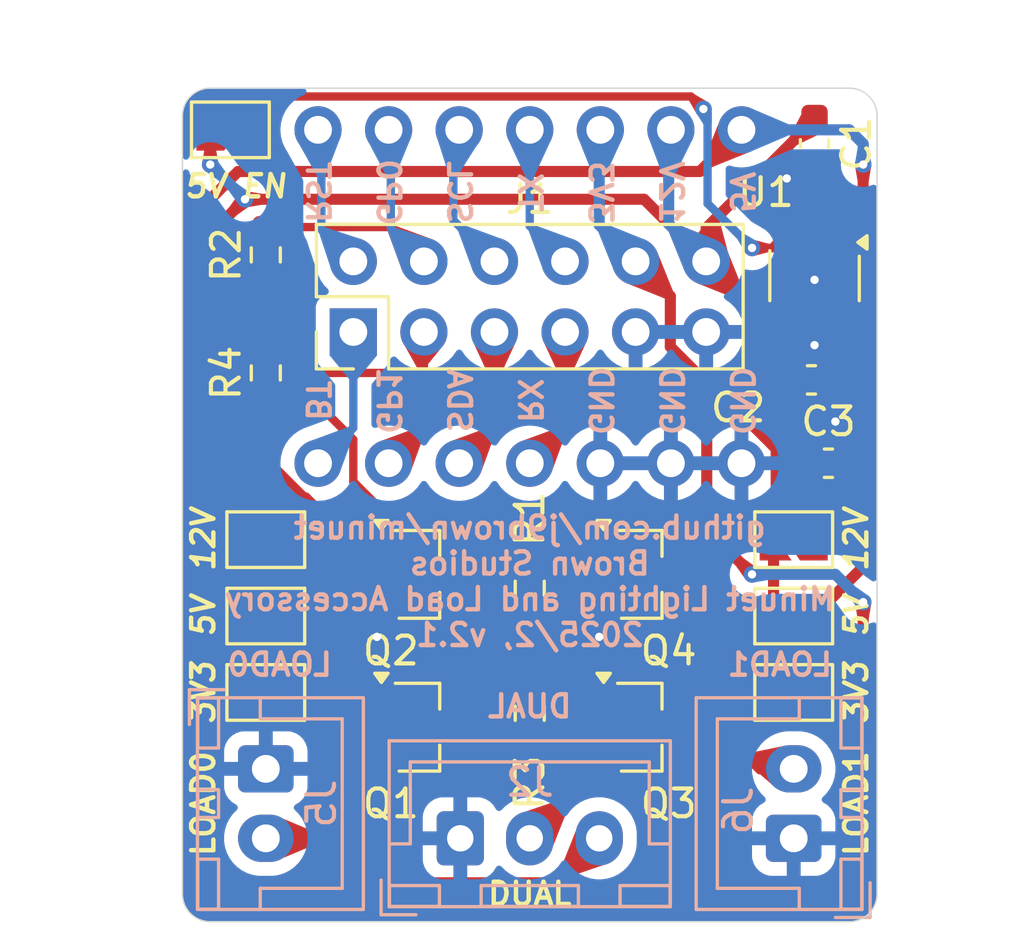
<source format=kicad_pcb>
(kicad_pcb (version 20240108) (generator "pcbnew") (generator_version "8.0")
  (layers (0 "F.Cu" signal) (31 "B.Cu" signal) (34 "B.Paste" user) (35 "F.Paste" user) (36 "B.SilkS" user "B.Silkscreen") (37 "F.SilkS" user "F.Silkscreen") (38 "B.Mask" user) (39 "F.Mask" user) (44 "Edge.Cuts" user))
  (net 0 "")
  (net 1 "+12V")
  (net 2 "GND")
  (net 3 "+5V")
  (net 4 "UART_RXD")
  (net 5 "RESET")
  (net 6 "+3.3V")
  (net 7 "SDA")
  (net 8 "GPIO1")
  (net 9 "SCL")
  (net 10 "UART_TXD")
  (net 11 "BOOT")
  (net 12 "GPIO0")
  (net 13 "Net-(U1-BP)")
  (net 14 "Net-(JP2-B)")
  (net 15 "Net-(Q1-G)")
  (net 16 "Net-(Q2-B)")
  (net 17 "Net-(Q3-G)")
  (net 18 "Net-(Q4-B)")
  (net 19 "/LOAD1")
  (net 20 "/LOAD0")
  (net 21 "Net-(JP5-B)")
  (net 22 "Net-(JP1-B)")
  (footprint "Package_TO_SOT_SMD:SOT-23_Handsoldering" (layer "F.Cu") (at 116.5 117.5)
    (property "Reference" "Q4" (at 1 2.75 0) (layer "F.SilkS"))
    (property "Value" "MMBT3904")
    (fp_line (start -0.04 -1.58) (end -0.84 -1.58) (stroke (width 0.12)) (layer "F.SilkS"))
    (fp_line (start -0.04 -1.58) (end 0.76 -1.58) (stroke (width 0.12)) (layer "F.SilkS"))
    (fp_line (start 0.76 -1.58) (end 0.76 -0.65) (stroke (width 0.12)) (layer "F.SilkS"))
    (fp_line (start 0.76 1.58) (end -0.7 1.58) (stroke (width 0.12)) (layer "F.SilkS"))
    (fp_line (start 0.76 1.58) (end 0.76 0.65) (stroke (width 0.12)) (layer "F.SilkS"))
    (fp_poly (pts (xy -1.34 -1.61) (xy -1.58 -1.94) (xy -1.1 -1.94) (xy -1.34 -1.61)) (stroke (width 0.12)) (fill solid) (layer "F.SilkS"))
    (pad "1" smd roundrect (at -1.5 -0.95) (size 1.9 0.8) (layers "F.Cu" "F.Paste" "F.Mask") (net 18 "Net-(Q4-B)"))
    (pad "2" smd roundrect (at -1.5 0.95) (size 1.9 0.8) (layers "F.Cu" "F.Paste" "F.Mask") (net 2 "GND"))
    (pad "3" smd roundrect (at 1.5 0) (size 1.9 0.8) (layers "F.Cu" "F.Paste" "F.Mask") (net 17 "Net-(Q3-G)"))
  )
  (footprint "Jumper:SolderJumper-2_P1.3mm_Open_TrianglePad1.0x1.5mm" (layer "F.Cu") (at 103 119)
    (property "Reference" "JP3" (hide yes))
    (property "Value" "SolderJumper_2_Open")
    (fp_line (start -1.4 -1) (end 1.4 -1) (stroke (width 0.12)) (layer "F.SilkS"))
    (fp_line (start -1.4 1) (end -1.4 -1) (stroke (width 0.12)) (layer "F.SilkS"))
    (fp_line (start 1.4 -1) (end 1.4 1) (stroke (width 0.12)) (layer "F.SilkS"))
    (fp_line (start 1.4 1) (end -1.4 1) (stroke (width 0.12)) (layer "F.SilkS"))
    (pad "1" smd custom (at -0.725 0) (size 0.3 0.3) (layers "F.Cu" "F.Mask") (net 3 "+5V") (options (clearance outline) (anchor rect)) (primitives (gr_poly (pts (xy 1 0) (xy 0.5 0.75) (xy -0.5 0.75) (xy -0.5 -0.75) (xy 0.5 -0.75)) (width 0) (fill yes))))
    (pad "2" smd custom (at 0.725 0) (size 0.3 0.3) (layers "F.Cu" "F.Mask") (net 14 "Net-(JP2-B)") (options (clearance outline) (anchor rect)) (primitives (gr_poly (pts (xy 0.5 0.75) (xy -0.65 0.75) (xy -0.15 0) (xy -0.65 -0.75) (xy 0.5 -0.75)) (width 0) (fill yes))))
  )
  (footprint "Connector_PinHeader_2.54mm:PinHeader_2x06_P2.54mm_Vertical" (layer "F.Cu") (at 106.15 108.775 90)
    (property "Reference" "J1" (at 4.775 6.35 180) (layer "F.SilkS"))
    (property "Value" "PH2-12-UA")
    (fp_line (start 3.87 -1.33) (end 3.87 14.03) (stroke (width 0.12)) (layer "F.SilkS"))
    (fp_line (start 1.27 -1.33) (end 3.87 -1.33) (stroke (width 0.12)) (layer "F.SilkS"))
    (fp_line (start -1.33 -1.33) (end 0 -1.33) (stroke (width 0.12)) (layer "F.SilkS"))
    (fp_line (start -1.33 0) (end -1.33 -1.33) (stroke (width 0.12)) (layer "F.SilkS"))
    (fp_line (start 1.27 1.27) (end 1.27 -1.33) (stroke (width 0.12)) (layer "F.SilkS"))
    (fp_line (start -1.33 1.27) (end 1.27 1.27) (stroke (width 0.12)) (layer "F.SilkS"))
    (fp_line (start -1.33 1.27) (end -1.33 14.03) (stroke (width 0.12)) (layer "F.SilkS"))
    (fp_line (start -1.33 14.03) (end 3.87 14.03) (stroke (width 0.12)) (layer "F.SilkS"))
    (pad "1" thru_hole rect (at 0 0 90) (size 1.7 1.7) (drill 1) (layers "*.Cu" "*.Mask") (net 11 "BOOT"))
    (pad "2" thru_hole oval (at 2.54 0 90) (size 1.7 1.7) (drill 1) (layers "*.Cu" "*.Mask") (net 5 "RESET"))
    (pad "3" thru_hole oval (at 0 2.54 90) (size 1.7 1.7) (drill 1) (layers "*.Cu" "*.Mask") (net 8 "GPIO1"))
    (pad "4" thru_hole oval (at 2.54 2.54 90) (size 1.7 1.7) (drill 1) (layers "*.Cu" "*.Mask") (net 12 "GPIO0"))
    (pad "5" thru_hole oval (at 0 5.08 90) (size 1.7 1.7) (drill 1) (layers "*.Cu" "*.Mask") (net 7 "SDA"))
    (pad "6" thru_hole oval (at 2.54 5.08 90) (size 1.7 1.7) (drill 1) (layers "*.Cu" "*.Mask") (net 9 "SCL"))
    (pad "7" thru_hole oval (at 0 7.62 90) (size 1.7 1.7) (drill 1) (layers "*.Cu" "*.Mask") (net 4 "UART_RXD"))
    (pad "8" thru_hole oval (at 2.54 7.62 90) (size 1.7 1.7) (drill 1) (layers "*.Cu" "*.Mask") (net 10 "UART_TXD"))
    (pad "9" thru_hole oval (at 0 10.16 90) (size 1.7 1.7) (drill 1) (layers "*.Cu" "*.Mask") (net 2 "GND"))
    (pad "10" thru_hole oval (at 2.54 10.16 90) (size 1.7 1.7) (drill 1) (layers "*.Cu" "*.Mask") (net 6 "+3.3V"))
    (pad "11" thru_hole oval (at 0 12.7 90) (size 1.7 1.7) (drill 1) (layers "*.Cu" "*.Mask") (net 2 "GND"))
    (pad "12" thru_hole oval (at 2.54 12.7 90) (size 1.7 1.7) (drill 1) (layers "*.Cu" "*.Mask") (net 1 "+12V"))
  )
  (footprint "Jumper:SolderJumper-2_P1.3mm_Open_TrianglePad1.0x1.5mm" (layer "F.Cu") (at 122 119 180)
    (property "Reference" "JP6" (hide yes))
    (property "Value" "SolderJumper_2_Open")
    (fp_line (start 1.4 1) (end -1.4 1) (stroke (width 0.12)) (layer "F.SilkS"))
    (fp_line (start 1.4 -1) (end 1.4 1) (stroke (width 0.12)) (layer "F.SilkS"))
    (fp_line (start -1.4 1) (end -1.4 -1) (stroke (width 0.12)) (layer "F.SilkS"))
    (fp_line (start -1.4 -1) (end 1.4 -1) (stroke (width 0.12)) (layer "F.SilkS"))
    (pad "1" smd custom (at -0.725 0 180) (size 0.3 0.3) (layers "F.Cu" "F.Mask") (net 3 "+5V") (options (clearance outline) (anchor rect)) (primitives (gr_poly (pts (xy 1 0) (xy 0.5 0.75) (xy -0.5 0.75) (xy -0.5 -0.75) (xy 0.5 -0.75)) (width 0) (fill yes))))
    (pad "2" smd custom (at 0.725 0 180) (size 0.3 0.3) (layers "F.Cu" "F.Mask") (net 21 "Net-(JP5-B)") (options (clearance outline) (anchor rect)) (primitives (gr_poly (pts (xy 0.5 0.75) (xy -0.65 0.75) (xy -0.15 0) (xy -0.65 -0.75) (xy 0.5 -0.75)) (width 0) (fill yes))))
  )
  (footprint "Package_TO_SOT_SMD:SOT-23_Handsoldering" (layer "F.Cu") (at 116.5 123)
    (property "Reference" "Q3" (at 1 2.75 0) (layer "F.SilkS"))
    (property "Value" "DMG2301L")
    (fp_line (start -0.04 -1.58) (end -0.84 -1.58) (stroke (width 0.12)) (layer "F.SilkS"))
    (fp_line (start -0.04 -1.58) (end 0.76 -1.58) (stroke (width 0.12)) (layer "F.SilkS"))
    (fp_line (start 0.76 -1.58) (end 0.76 -0.65) (stroke (width 0.12)) (layer "F.SilkS"))
    (fp_line (start 0.76 1.58) (end -0.7 1.58) (stroke (width 0.12)) (layer "F.SilkS"))
    (fp_line (start 0.76 1.58) (end 0.76 0.65) (stroke (width 0.12)) (layer "F.SilkS"))
    (fp_poly (pts (xy -1.34 -1.61) (xy -1.58 -1.94) (xy -1.1 -1.94) (xy -1.34 -1.61)) (stroke (width 0.12)) (fill solid) (layer "F.SilkS"))
    (pad "1" smd roundrect (at -1.5 -0.95) (size 1.9 0.8) (layers "F.Cu" "F.Paste" "F.Mask") (net 17 "Net-(Q3-G)"))
    (pad "2" smd roundrect (at -1.5 0.95) (size 1.9 0.8) (layers "F.Cu" "F.Paste" "F.Mask") (net 21 "Net-(JP5-B)"))
    (pad "3" smd roundrect (at 1.5 0) (size 1.9 0.8) (layers "F.Cu" "F.Paste" "F.Mask") (net 19 "/LOAD1"))
  )
  (footprint "Jumper:SolderJumper-2_P1.3mm_Open_TrianglePad1.0x1.5mm" (layer "F.Cu") (at 101.724999 101.5)
    (property "Reference" "JP1" (hide yes))
    (property "Value" "SolderJumper_2_Open")
    (fp_line (start -1.4 -1) (end 1.4 -1) (stroke (width 0.12)) (layer "F.SilkS"))
    (fp_line (start -1.4 1) (end -1.4 -1) (stroke (width 0.12)) (layer "F.SilkS"))
    (fp_line (start 1.4 -1) (end 1.4 1) (stroke (width 0.12)) (layer "F.SilkS"))
    (fp_line (start 1.4 1) (end -1.4 1) (stroke (width 0.12)) (layer "F.SilkS"))
    (pad "1" smd custom (at -0.725 0) (size 0.3 0.3) (layers "F.Cu" "F.Mask") (net 1 "+12V") (options (clearance outline) (anchor rect)) (primitives (gr_poly (pts (xy 1 0) (xy 0.5 0.75) (xy -0.5 0.75) (xy -0.5 -0.75) (xy 0.5 -0.75)) (width 0) (fill yes))))
    (pad "2" smd custom (at 0.725 0) (size 0.3 0.3) (layers "F.Cu" "F.Mask") (net 22 "Net-(JP1-B)") (options (clearance outline) (anchor rect)) (primitives (gr_poly (pts (xy 0.5 0.75) (xy -0.65 0.75) (xy -0.15 0) (xy -0.65 -0.75) (xy 0.5 -0.75)) (width 0) (fill yes))))
  )
  (footprint "Capacitor_SMD:C_0603_1608Metric_Pad1.08x0.95mm_HandSolder" (layer "F.Cu") (at 123.25 113.5)
    (property "Reference" "C3" (at 0 -1.5 0) (layer "F.SilkS"))
    (property "Value" "2.2u")
    (fp_line (start -0.146267 -0.51) (end 0.146267 -0.51) (stroke (width 0.12)) (layer "F.SilkS"))
    (fp_line (start -0.146267 0.51) (end 0.146267 0.51) (stroke (width 0.12)) (layer "F.SilkS"))
    (pad "1" smd roundrect (at -0.8625 0) (size 1.075 0.95) (layers "F.Cu" "F.Paste" "F.Mask") (net 2 "GND"))
    (pad "2" smd roundrect (at 0.8625 0) (size 1.075 0.95) (layers "F.Cu" "F.Paste" "F.Mask") (net 3 "+5V"))
  )
  (footprint "Jumper:SolderJumper-2_P1.3mm_Open_TrianglePad1.0x1.5mm" (layer "F.Cu") (at 103 121.75)
    (property "Reference" "JP4" (hide yes))
    (property "Value" "SolderJumper_2_Open")
    (fp_line (start -1.4 -1) (end 1.4 -1) (stroke (width 0.12)) (layer "F.SilkS"))
    (fp_line (start -1.4 1) (end -1.4 -1) (stroke (width 0.12)) (layer "F.SilkS"))
    (fp_line (start 1.4 -1) (end 1.4 1) (stroke (width 0.12)) (layer "F.SilkS"))
    (fp_line (start 1.4 1) (end -1.4 1) (stroke (width 0.12)) (layer "F.SilkS"))
    (pad "1" smd custom (at -0.725 0) (size 0.3 0.3) (layers "F.Cu" "F.Mask") (net 6 "+3.3V") (options (clearance outline) (anchor rect)) (primitives (gr_poly (pts (xy 1 0) (xy 0.5 0.75) (xy -0.5 0.75) (xy -0.5 -0.75) (xy 0.5 -0.75)) (width 0) (fill yes))))
    (pad "2" smd custom (at 0.725 0) (size 0.3 0.3) (layers "F.Cu" "F.Mask") (net 14 "Net-(JP2-B)") (options (clearance outline) (anchor rect)) (primitives (gr_poly (pts (xy 0.5 0.75) (xy -0.65 0.75) (xy -0.15 0) (xy -0.65 -0.75) (xy 0.5 -0.75)) (width 0) (fill yes))))
  )
  (footprint "Capacitor_SMD:C_0603_1608Metric_Pad1.08x0.95mm_HandSolder" (layer "F.Cu") (at 122.637499 110.5 180)
    (property "Reference" "C2" (at 2.637499 -1 0) (layer "F.SilkS"))
    (property "Value" "10n")
    (fp_line (start -0.146267 0.51) (end 0.146267 0.51) (stroke (width 0.12)) (layer "F.SilkS"))
    (fp_line (start -0.146267 -0.51) (end 0.146267 -0.51) (stroke (width 0.12)) (layer "F.SilkS"))
    (pad "1" smd roundrect (at -0.8625 0 180) (size 1.075 0.95) (layers "F.Cu" "F.Paste" "F.Mask") (net 2 "GND"))
    (pad "2" smd roundrect (at 0.8625 0 180) (size 1.075 0.95) (layers "F.Cu" "F.Paste" "F.Mask") (net 13 "Net-(U1-BP)"))
  )
  (footprint "Package_TO_SOT_SMD:SOT-23-5_HandSoldering" (layer "F.Cu") (at 122.75 106.75 -90)
    (property "Reference" "U1" (at -3 1.75 180) (layer "F.SilkS"))
    (property "Value" "LP2985-50DBVR")
    (fp_line (start -0.9 1.61) (end 0.9 1.61) (stroke (width 0.12)) (layer "F.SilkS"))
    (fp_line (start 0.1 -1.61) (end -0.7 -1.61) (stroke (width 0.12)) (layer "F.SilkS"))
    (fp_line (start 0.1 -1.61) (end 0.9 -1.61) (stroke (width 0.12)) (layer "F.SilkS"))
    (fp_poly (pts (xy -1.2 -1.56) (xy -1.44 -1.89) (xy -0.96 -1.89) (xy -1.2 -1.56)) (stroke (width 0.12)) (fill solid) (layer "F.SilkS"))
    (pad "1" smd roundrect (at -1.35 -0.95 270) (size 1.56 0.65) (layers "F.Cu" "F.Paste" "F.Mask") (net 22 "Net-(JP1-B)"))
    (pad "2" smd roundrect (at -1.35 0 270) (size 1.56 0.65) (layers "F.Cu" "F.Paste" "F.Mask") (net 2 "GND"))
    (pad "3" smd roundrect (at -1.35 0.95 270) (size 1.56 0.65) (layers "F.Cu" "F.Paste" "F.Mask") (net 22 "Net-(JP1-B)"))
    (pad "4" smd roundrect (at 1.35 0.95 270) (size 1.56 0.65) (layers "F.Cu" "F.Paste" "F.Mask") (net 13 "Net-(U1-BP)"))
    (pad "5" smd roundrect (at 1.35 -0.95 270) (size 1.56 0.65) (layers "F.Cu" "F.Paste" "F.Mask") (net 3 "+5V"))
  )
  (footprint "Resistor_SMD:R_0603_1608Metric_Pad0.98x0.95mm_HandSolder" (layer "F.Cu") (at 103 110.25 90)
    (property "Reference" "R4" (at 0 -1.43 90) (layer "F.SilkS"))
    (property "Value" "1K")
    (fp_line (start -0.254724 -0.5225) (end 0.254724 -0.5225) (stroke (width 0.12)) (layer "F.SilkS"))
    (fp_line (start -0.254724 0.5225) (end 0.254724 0.5225) (stroke (width 0.12)) (layer "F.SilkS"))
    (pad "1" smd roundrect (at -0.9125 0 90) (size 0.975 0.95) (layers "F.Cu" "F.Paste" "F.Mask") (net 18 "Net-(Q4-B)"))
    (pad "2" smd roundrect (at 0.9125 0 90) (size 0.975 0.95) (layers "F.Cu" "F.Paste" "F.Mask") (net 8 "GPIO1"))
  )
  (footprint "Jumper:SolderJumper-2_P1.3mm_Open_TrianglePad1.0x1.5mm" (layer "F.Cu") (at 122 116.25 180)
    (property "Reference" "JP5" (hide yes))
    (property "Value" "SolderJumper_2_Open")
    (fp_line (start 1.4 1) (end -1.4 1) (stroke (width 0.12)) (layer "F.SilkS"))
    (fp_line (start 1.4 -1) (end 1.4 1) (stroke (width 0.12)) (layer "F.SilkS"))
    (fp_line (start -1.4 1) (end -1.4 -1) (stroke (width 0.12)) (layer "F.SilkS"))
    (fp_line (start -1.4 -1) (end 1.4 -1) (stroke (width 0.12)) (layer "F.SilkS"))
    (pad "1" smd custom (at -0.725 0 180) (size 0.3 0.3) (layers "F.Cu" "F.Mask") (net 1 "+12V") (options (clearance outline) (anchor rect)) (primitives (gr_poly (pts (xy 1 0) (xy 0.5 0.75) (xy -0.5 0.75) (xy -0.5 -0.75) (xy 0.5 -0.75)) (width 0) (fill yes))))
    (pad "2" smd custom (at 0.725 0 180) (size 0.3 0.3) (layers "F.Cu" "F.Mask") (net 21 "Net-(JP5-B)") (options (clearance outline) (anchor rect)) (primitives (gr_poly (pts (xy 0.5 0.75) (xy -0.65 0.75) (xy -0.15 0) (xy -0.65 -0.75) (xy 0.5 -0.75)) (width 0) (fill yes))))
  )
  (footprint "Package_TO_SOT_SMD:SOT-23_Handsoldering" (layer "F.Cu") (at 108.5 123)
    (property "Reference" "Q1" (at -1 2.75 0) (layer "F.SilkS"))
    (property "Value" "DMG2301L")
    (fp_line (start -0.04 -1.58) (end -0.84 -1.58) (stroke (width 0.12)) (layer "F.SilkS"))
    (fp_line (start -0.04 -1.58) (end 0.76 -1.58) (stroke (width 0.12)) (layer "F.SilkS"))
    (fp_line (start 0.76 -1.58) (end 0.76 -0.65) (stroke (width 0.12)) (layer "F.SilkS"))
    (fp_line (start 0.76 1.58) (end -0.7 1.58) (stroke (width 0.12)) (layer "F.SilkS"))
    (fp_line (start 0.76 1.58) (end 0.76 0.65) (stroke (width 0.12)) (layer "F.SilkS"))
    (fp_poly (pts (xy -1.34 -1.61) (xy -1.58 -1.94) (xy -1.1 -1.94) (xy -1.34 -1.61)) (stroke (width 0.12)) (fill solid) (layer "F.SilkS"))
    (pad "1" smd roundrect (at -1.5 -0.95) (size 1.9 0.8) (layers "F.Cu" "F.Paste" "F.Mask") (net 15 "Net-(Q1-G)"))
    (pad "2" smd roundrect (at -1.5 0.95) (size 1.9 0.8) (layers "F.Cu" "F.Paste" "F.Mask") (net 14 "Net-(JP2-B)"))
    (pad "3" smd roundrect (at 1.5 0) (size 1.9 0.8) (layers "F.Cu" "F.Paste" "F.Mask") (net 20 "/LOAD0"))
  )
  (footprint "Resistor_SMD:R_0603_1608Metric_Pad0.98x0.95mm_HandSolder" (layer "F.Cu") (at 103 106 90)
    (property "Reference" "R2" (at 0 -1.43 90) (layer "F.SilkS"))
    (property "Value" "1K")
    (fp_line (start -0.254724 -0.5225) (end 0.254724 -0.5225) (stroke (width 0.12)) (layer "F.SilkS"))
    (fp_line (start -0.254724 0.5225) (end 0.254724 0.5225) (stroke (width 0.12)) (layer "F.SilkS"))
    (pad "1" smd roundrect (at -0.9125 0 90) (size 0.975 0.95) (layers "F.Cu" "F.Paste" "F.Mask") (net 16 "Net-(Q2-B)"))
    (pad "2" smd roundrect (at 0.9125 0 90) (size 0.975 0.95) (layers "F.Cu" "F.Paste" "F.Mask") (net 12 "GPIO0"))
  )
  (footprint "Package_TO_SOT_SMD:SOT-23_Handsoldering" (layer "F.Cu") (at 108.5 117.5)
    (property "Reference" "Q2" (at -1 2.75 0) (layer "F.SilkS"))
    (property "Value" "MMBT3904")
    (fp_line (start -0.04 -1.58) (end -0.84 -1.58) (stroke (width 0.12)) (layer "F.SilkS"))
    (fp_line (start -0.04 -1.58) (end 0.76 -1.58) (stroke (width 0.12)) (layer "F.SilkS"))
    (fp_line (start 0.76 -1.58) (end 0.76 -0.65) (stroke (width 0.12)) (layer "F.SilkS"))
    (fp_line (start 0.76 1.58) (end -0.7 1.58) (stroke (width 0.12)) (layer "F.SilkS"))
    (fp_line (start 0.76 1.58) (end 0.76 0.65) (stroke (width 0.12)) (layer "F.SilkS"))
    (fp_poly (pts (xy -1.34 -1.61) (xy -1.58 -1.94) (xy -1.1 -1.94) (xy -1.34 -1.61)) (stroke (width 0.12)) (fill solid) (layer "F.SilkS"))
    (pad "1" smd roundrect (at -1.5 -0.95) (size 1.9 0.8) (layers "F.Cu" "F.Paste" "F.Mask") (net 16 "Net-(Q2-B)"))
    (pad "2" smd roundrect (at -1.5 0.95) (size 1.9 0.8) (layers "F.Cu" "F.Paste" "F.Mask") (net 2 "GND"))
    (pad "3" smd roundrect (at 1.5 0) (size 1.9 0.8) (layers "F.Cu" "F.Paste" "F.Mask") (net 15 "Net-(Q1-G)"))
  )
  (footprint "Jumper:SolderJumper-2_P1.3mm_Open_TrianglePad1.0x1.5mm" (layer "F.Cu") (at 103 116.25)
    (property "Reference" "JP2" (hide yes))
    (property "Value" "SolderJumper_2_Open")
    (fp_line (start -1.4 -1) (end 1.4 -1) (stroke (width 0.12)) (layer "F.SilkS"))
    (fp_line (start -1.4 1) (end -1.4 -1) (stroke (width 0.12)) (layer "F.SilkS"))
    (fp_line (start 1.4 -1) (end 1.4 1) (stroke (width 0.12)) (layer "F.SilkS"))
    (fp_line (start 1.4 1) (end -1.4 1) (stroke (width 0.12)) (layer "F.SilkS"))
    (pad "1" smd custom (at -0.725 0) (size 0.3 0.3) (layers "F.Cu" "F.Mask") (net 1 "+12V") (options (clearance outline) (anchor rect)) (primitives (gr_poly (pts (xy 1 0) (xy 0.5 0.75) (xy -0.5 0.75) (xy -0.5 -0.75) (xy 0.5 -0.75)) (width 0) (fill yes))))
    (pad "2" smd custom (at 0.725 0) (size 0.3 0.3) (layers "F.Cu" "F.Mask") (net 14 "Net-(JP2-B)") (options (clearance outline) (anchor rect)) (primitives (gr_poly (pts (xy 0.5 0.75) (xy -0.65 0.75) (xy -0.15 0) (xy -0.65 -0.75) (xy 0.5 -0.75)) (width 0) (fill yes))))
  )
  (footprint "Capacitor_SMD:C_0603_1608Metric_Pad1.08x0.95mm_HandSolder" (layer "F.Cu") (at 122.75 102 -90)
    (property "Reference" "C1" (at 0 -1.5 90) (layer "F.SilkS"))
    (property "Value" "1u")
    (fp_line (start -0.146267 0.51) (end 0.146267 0.51) (stroke (width 0.12)) (layer "F.SilkS"))
    (fp_line (start -0.146267 -0.51) (end 0.146267 -0.51) (stroke (width 0.12)) (layer "F.SilkS"))
    (pad "1" smd roundrect (at -0.8625 0 270) (size 1.075 0.95) (layers "F.Cu" "F.Paste" "F.Mask") (net 1 "+12V"))
    (pad "2" smd roundrect (at 0.8625 0 270) (size 1.075 0.95) (layers "F.Cu" "F.Paste" "F.Mask") (net 2 "GND"))
  )
  (footprint "Resistor_SMD:R_0603_1608Metric_Pad0.98x0.95mm_HandSolder" (layer "F.Cu") (at 112.5 122.5 90)
    (property "Reference" "R3" (at -2.5 0 90) (layer "F.SilkS"))
    (property "Value" "10K")
    (fp_line (start -0.254724 -0.5225) (end 0.254724 -0.5225) (stroke (width 0.12)) (layer "F.SilkS"))
    (fp_line (start -0.254724 0.5225) (end 0.254724 0.5225) (stroke (width 0.12)) (layer "F.SilkS"))
    (pad "1" smd roundrect (at -0.9125 0 90) (size 0.975 0.95) (layers "F.Cu" "F.Paste" "F.Mask") (net 21 "Net-(JP5-B)"))
    (pad "2" smd roundrect (at 0.9125 0 90) (size 0.975 0.95) (layers "F.Cu" "F.Paste" "F.Mask") (net 17 "Net-(Q3-G)"))
  )
  (footprint "Resistor_SMD:R_0603_1608Metric_Pad0.98x0.95mm_HandSolder" (layer "F.Cu") (at 112.5 118 90)
    (property "Reference" "R1" (at 2.5 0 90) (layer "F.SilkS"))
    (property "Value" "10K")
    (fp_line (start -0.254724 -0.5225) (end 0.254724 -0.5225) (stroke (width 0.12)) (layer "F.SilkS"))
    (fp_line (start -0.254724 0.5225) (end 0.254724 0.5225) (stroke (width 0.12)) (layer "F.SilkS"))
    (pad "1" smd roundrect (at -0.9125 0 90) (size 0.975 0.95) (layers "F.Cu" "F.Paste" "F.Mask") (net 14 "Net-(JP2-B)"))
    (pad "2" smd roundrect (at 0.9125 0 90) (size 0.975 0.95) (layers "F.Cu" "F.Paste" "F.Mask") (net 15 "Net-(Q1-G)"))
  )
  (footprint "Jumper:SolderJumper-2_P1.3mm_Open_TrianglePad1.0x1.5mm" (layer "F.Cu") (at 122 121.75 180)
    (property "Reference" "JP7" (hide yes))
    (property "Value" "SolderJumper_2_Open")
    (fp_line (start 1.4 1) (end -1.4 1) (stroke (width 0.12)) (layer "F.SilkS"))
    (fp_line (start 1.4 -1) (end 1.4 1) (stroke (width 0.12)) (layer "F.SilkS"))
    (fp_line (start -1.4 1) (end -1.4 -1) (stroke (width 0.12)) (layer "F.SilkS"))
    (fp_line (start -1.4 -1) (end 1.4 -1) (stroke (width 0.12)) (layer "F.SilkS"))
    (pad "1" smd custom (at -0.725 0 180) (size 0.3 0.3) (layers "F.Cu" "F.Mask") (net 6 "+3.3V") (options (clearance outline) (anchor rect)) (primitives (gr_poly (pts (xy 1 0) (xy 0.5 0.75) (xy -0.5 0.75) (xy -0.5 -0.75) (xy 0.5 -0.75)) (width 0) (fill yes))))
    (pad "2" smd custom (at 0.725 0 180) (size 0.3 0.3) (layers "F.Cu" "F.Mask") (net 21 "Net-(JP5-B)") (options (clearance outline) (anchor rect)) (primitives (gr_poly (pts (xy 0.5 0.75) (xy -0.65 0.75) (xy -0.15 0) (xy -0.65 -0.75) (xy 0.5 -0.75)) (width 0) (fill yes))))
  )
  (footprint "Connector_JST:JST_XH_B2B-XH-A_1x02_P2.50mm_Vertical" (layer "B.Cu") (at 103 124.5 -90)
    (property "Reference" "J5" (at 1.25 -2 90) (layer "B.SilkS") (effects (justify mirror)))
    (property "Value" "B2B-XH-A")
    (fp_line (start -2.85 2.75) (end -1.6 2.75) (stroke (width 0.12)) (layer "B.SilkS"))
    (fp_line (start -2.56 2.46) (end 5.06 2.46) (stroke (width 0.12)) (layer "B.SilkS"))
    (fp_line (start 5.06 2.46) (end 5.06 -3.51) (stroke (width 0.12)) (layer "B.SilkS"))
    (fp_line (start -2.55 2.45) (end -0.75 2.45) (stroke (width 0.12)) (layer "B.SilkS"))
    (fp_line (start -0.75 2.45) (end -0.75 1.7) (stroke (width 0.12)) (layer "B.SilkS"))
    (fp_line (start 0.75 2.45) (end 1.75 2.45) (stroke (width 0.12)) (layer "B.SilkS"))
    (fp_line (start 1.75 2.45) (end 1.75 1.7) (stroke (width 0.12)) (layer "B.SilkS"))
    (fp_line (start 3.25 2.45) (end 5.05 2.45) (stroke (width 0.12)) (layer "B.SilkS"))
    (fp_line (start 5.05 2.45) (end 5.05 1.7) (stroke (width 0.12)) (layer "B.SilkS"))
    (fp_line (start -2.55 1.7) (end -2.55 2.45) (stroke (width 0.12)) (layer "B.SilkS"))
    (fp_line (start -0.75 1.7) (end -2.55 1.7) (stroke (width 0.12)) (layer "B.SilkS"))
    (fp_line (start 0.75 1.7) (end 0.75 2.45) (stroke (width 0.12)) (layer "B.SilkS"))
    (fp_line (start 1.75 1.7) (end 0.75 1.7) (stroke (width 0.12)) (layer "B.SilkS"))
    (fp_line (start 3.25 1.7) (end 3.25 2.45) (stroke (width 0.12)) (layer "B.SilkS"))
    (fp_line (start 5.05 1.7) (end 3.25 1.7) (stroke (width 0.12)) (layer "B.SilkS"))
    (fp_line (start -2.85 1.5) (end -2.85 2.75) (stroke (width 0.12)) (layer "B.SilkS"))
    (fp_line (start -1.8 0.2) (end -2.55 0.2) (stroke (width 0.12)) (layer "B.SilkS"))
    (fp_line (start 4.3 0.2) (end 5.05 0.2) (stroke (width 0.12)) (layer "B.SilkS"))
    (fp_line (start -1.8 -2.75) (end -1.8 0.2) (stroke (width 0.12)) (layer "B.SilkS"))
    (fp_line (start 1.25 -2.75) (end -1.8 -2.75) (stroke (width 0.12)) (layer "B.SilkS"))
    (fp_line (start 1.25 -2.75) (end 4.3 -2.75) (stroke (width 0.12)) (layer "B.SilkS"))
    (fp_line (start 4.3 -2.75) (end 4.3 0.2) (stroke (width 0.12)) (layer "B.SilkS"))
    (fp_line (start -2.56 -3.51) (end -2.56 2.46) (stroke (width 0.12)) (layer "B.SilkS"))
    (fp_line (start 5.06 -3.51) (end -2.56 -3.51) (stroke (width 0.12)) (layer "B.SilkS"))
    (pad "1" thru_hole roundrect (at 0 0 270) (size 1.7 2) (drill 1) (layers "*.Cu" "*.Mask") (roundrect_rratio 0.147059) (net 2 "GND"))
    (pad "2" thru_hole oval (at 2.5 0 270) (size 1.7 2) (drill 1) (layers "*.Cu" "*.Mask") (net 20 "/LOAD0"))
  )
  (footprint "Generic:Pins_1x07" (layer "B.Cu") (at 104.88 113.5 -90)
    (property "Reference" "J3" (hide yes))
    (property "Value" "Conn_01x07")
    (pad "1" thru_hole circle (at 0 0 270) (size 1.7 1.7) (drill 1) (layers "*.Cu" "*.Mask") (net 11 "BOOT"))
    (pad "2" thru_hole oval (at 0 -2.54 270) (size 1.7 1.7) (drill 1) (layers "*.Cu" "*.Mask") (net 8 "GPIO1"))
    (pad "3" thru_hole oval (at 0 -5.079999 270) (size 1.7 1.7) (drill 1) (layers "*.Cu" "*.Mask") (net 7 "SDA"))
    (pad "4" thru_hole oval (at 0 -7.62 270) (size 1.7 1.7) (drill 1) (layers "*.Cu" "*.Mask") (net 4 "UART_RXD"))
    (pad "5" thru_hole oval (at 0 -10.16 270) (size 1.7 1.7) (drill 1) (layers "*.Cu" "*.Mask") (net 2 "GND"))
    (pad "6" thru_hole oval (at 0 -12.7 270) (size 1.7 1.7) (drill 1) (layers "*.Cu" "*.Mask") (net 2 "GND"))
    (pad "7" thru_hole oval (at 0 -15.24 270) (size 1.7 1.7) (drill 1) (layers "*.Cu" "*.Mask") (net 2 "GND"))
  )
  (footprint "Connector_JST:JST_XH_B2B-XH-A_1x02_P2.50mm_Vertical" (layer "B.Cu") (at 122 127 90)
    (property "Reference" "J6" (at 1 -2 90) (layer "B.SilkS") (effects (justify mirror)))
    (property "Value" "B2B-XH-A")
    (fp_line (start 5.06 -3.51) (end -2.56 -3.51) (stroke (width 0.12)) (layer "B.SilkS"))
    (fp_line (start -2.56 -3.51) (end -2.56 2.46) (stroke (width 0.12)) (layer "B.SilkS"))
    (fp_line (start 4.3 -2.75) (end 4.3 0.2) (stroke (width 0.12)) (layer "B.SilkS"))
    (fp_line (start 1.25 -2.75) (end 4.3 -2.75) (stroke (width 0.12)) (layer "B.SilkS"))
    (fp_line (start 1.25 -2.75) (end -1.8 -2.75) (stroke (width 0.12)) (layer "B.SilkS"))
    (fp_line (start -1.8 -2.75) (end -1.8 0.2) (stroke (width 0.12)) (layer "B.SilkS"))
    (fp_line (start 4.3 0.2) (end 5.05 0.2) (stroke (width 0.12)) (layer "B.SilkS"))
    (fp_line (start -1.8 0.2) (end -2.55 0.2) (stroke (width 0.12)) (layer "B.SilkS"))
    (fp_line (start -2.85 1.5) (end -2.85 2.75) (stroke (width 0.12)) (layer "B.SilkS"))
    (fp_line (start 5.05 1.7) (end 3.25 1.7) (stroke (width 0.12)) (layer "B.SilkS"))
    (fp_line (start 3.25 1.7) (end 3.25 2.45) (stroke (width 0.12)) (layer "B.SilkS"))
    (fp_line (start 1.75 1.7) (end 0.75 1.7) (stroke (width 0.12)) (layer "B.SilkS"))
    (fp_line (start 0.75 1.7) (end 0.75 2.45) (stroke (width 0.12)) (layer "B.SilkS"))
    (fp_line (start -0.75 1.7) (end -2.55 1.7) (stroke (width 0.12)) (layer "B.SilkS"))
    (fp_line (start -2.55 1.7) (end -2.55 2.45) (stroke (width 0.12)) (layer "B.SilkS"))
    (fp_line (start 5.05 2.45) (end 5.05 1.7) (stroke (width 0.12)) (layer "B.SilkS"))
    (fp_line (start 3.25 2.45) (end 5.05 2.45) (stroke (width 0.12)) (layer "B.SilkS"))
    (fp_line (start 1.75 2.45) (end 1.75 1.7) (stroke (width 0.12)) (layer "B.SilkS"))
    (fp_line (start 0.75 2.45) (end 1.75 2.45) (stroke (width 0.12)) (layer "B.SilkS"))
    (fp_line (start -0.75 2.45) (end -0.75 1.7) (stroke (width 0.12)) (layer "B.SilkS"))
    (fp_line (start -2.55 2.45) (end -0.75 2.45) (stroke (width 0.12)) (layer "B.SilkS"))
    (fp_line (start 5.06 2.46) (end 5.06 -3.51) (stroke (width 0.12)) (layer "B.SilkS"))
    (fp_line (start -2.56 2.46) (end 5.06 2.46) (stroke (width 0.12)) (layer "B.SilkS"))
    (fp_line (start -2.85 2.75) (end -1.6 2.75) (stroke (width 0.12)) (layer "B.SilkS"))
    (pad "1" thru_hole roundrect (at 0 0 90) (size 1.7 2) (drill 1) (layers "*.Cu" "*.Mask") (roundrect_rratio 0.147059) (net 2 "GND"))
    (pad "2" thru_hole oval (at 2.5 0 90) (size 1.7 2) (drill 1) (layers "*.Cu" "*.Mask") (net 19 "/LOAD1"))
  )
  (footprint "Generic:Pins_1x07" (layer "B.Cu") (at 104.88 101.5 -90)
    (property "Reference" "J4" (hide yes))
    (property "Value" "Conn_01x07")
    (pad "1" thru_hole circle (at 0 0 270) (size 1.7 1.7) (drill 1) (layers "*.Cu" "*.Mask") (net 5 "RESET"))
    (pad "2" thru_hole oval (at 0 -2.54 270) (size 1.7 1.7) (drill 1) (layers "*.Cu" "*.Mask") (net 12 "GPIO0"))
    (pad "3" thru_hole oval (at 0 -5.079999 270) (size 1.7 1.7) (drill 1) (layers "*.Cu" "*.Mask") (net 9 "SCL"))
    (pad "4" thru_hole oval (at 0 -7.62 270) (size 1.7 1.7) (drill 1) (layers "*.Cu" "*.Mask") (net 10 "UART_TXD"))
    (pad "5" thru_hole oval (at 0 -10.16 270) (size 1.7 1.7) (drill 1) (layers "*.Cu" "*.Mask") (net 6 "+3.3V"))
    (pad "6" thru_hole oval (at 0 -12.7 270) (size 1.7 1.7) (drill 1) (layers "*.Cu" "*.Mask") (net 1 "+12V"))
    (pad "7" thru_hole oval (at 0 -15.24 270) (size 1.7 1.7) (drill 1) (layers "*.Cu" "*.Mask") (net 3 "+5V"))
  )
  (footprint "Connector_JST:JST_XH_B3B-XH-A_1x03_P2.50mm_Vertical" (layer "B.Cu") (at 110 127)
    (property "Reference" "J2" (at 2.5 -2.025 0) (layer "B.SilkS") (effects (justify mirror)))
    (property "Value" "B3B-XH-A")
    (fp_line (start -2.85 1.5) (end -2.85 2.75) (stroke (width 0.12)) (layer "B.SilkS"))
    (fp_line (start -2.85 2.75) (end -1.6 2.75) (stroke (width 0.12)) (layer "B.SilkS"))
    (fp_line (start -2.56 -3.51) (end -2.56 2.46) (stroke (width 0.12)) (layer "B.SilkS"))
    (fp_line (start -2.56 2.46) (end 7.56 2.46) (stroke (width 0.12)) (layer "B.SilkS"))
    (fp_line (start -2.55 1.7) (end -2.55 2.45) (stroke (width 0.12)) (layer "B.SilkS"))
    (fp_line (start -2.55 2.45) (end -0.75 2.45) (stroke (width 0.12)) (layer "B.SilkS"))
    (fp_line (start -1.8 -2.75) (end -1.8 0.2) (stroke (width 0.12)) (layer "B.SilkS"))
    (fp_line (start -1.8 0.2) (end -2.55 0.2) (stroke (width 0.12)) (layer "B.SilkS"))
    (fp_line (start -0.75 1.7) (end -2.55 1.7) (stroke (width 0.12)) (layer "B.SilkS"))
    (fp_line (start -0.75 2.45) (end -0.75 1.7) (stroke (width 0.12)) (layer "B.SilkS"))
    (fp_line (start 0.75 1.7) (end 0.75 2.45) (stroke (width 0.12)) (layer "B.SilkS"))
    (fp_line (start 0.75 2.45) (end 4.25 2.45) (stroke (width 0.12)) (layer "B.SilkS"))
    (fp_line (start 2.5 -2.75) (end -1.8 -2.75) (stroke (width 0.12)) (layer "B.SilkS"))
    (fp_line (start 2.5 -2.75) (end 6.8 -2.75) (stroke (width 0.12)) (layer "B.SilkS"))
    (fp_line (start 4.25 1.7) (end 0.75 1.7) (stroke (width 0.12)) (layer "B.SilkS"))
    (fp_line (start 4.25 2.45) (end 4.25 1.7) (stroke (width 0.12)) (layer "B.SilkS"))
    (fp_line (start 5.75 1.7) (end 5.75 2.45) (stroke (width 0.12)) (layer "B.SilkS"))
    (fp_line (start 5.75 2.45) (end 7.55 2.45) (stroke (width 0.12)) (layer "B.SilkS"))
    (fp_line (start 6.8 -2.75) (end 6.8 0.2) (stroke (width 0.12)) (layer "B.SilkS"))
    (fp_line (start 6.8 0.2) (end 7.55 0.2) (stroke (width 0.12)) (layer "B.SilkS"))
    (fp_line (start 7.55 1.7) (end 5.75 1.7) (stroke (width 0.12)) (layer "B.SilkS"))
    (fp_line (start 7.55 2.45) (end 7.55 1.7) (stroke (width 0.12)) (layer "B.SilkS"))
    (fp_line (start 7.56 -3.51) (end -2.56 -3.51) (stroke (width 0.12)) (layer "B.SilkS"))
    (fp_line (start 7.56 2.46) (end 7.56 -3.51) (stroke (width 0.12)) (layer "B.SilkS"))
    (pad "1" thru_hole roundrect (at 0 0) (size 1.7 1.95) (drill 0.95) (layers "*.Cu" "*.Mask") (roundrect_rratio 0.147059) (net 2 "GND"))
    (pad "2" thru_hole oval (at 2.5 0) (size 1.7 1.95) (drill 0.95) (layers "*.Cu" "*.Mask") (net 19 "/LOAD1"))
    (pad "3" thru_hole oval (at 5 0) (size 1.7 1.95) (drill 0.95) (layers "*.Cu" "*.Mask") (net 20 "/LOAD0"))
  )
  (gr_arc (start 125 129) (mid 124.707107 129.707107) (end 124 130) (stroke (width 0.05)) (layer "Edge.Cuts"))
  (gr_arc (start 101 130) (mid 100.292893 129.707107) (end 100 129) (stroke (width 0.05)) (layer "Edge.Cuts"))
  (gr_arc (start 124 100) (mid 124.707107 100.292893) (end 125 101) (stroke (width 0.05)) (layer "Edge.Cuts"))
  (gr_line (start 100 129) (end 100 101) (stroke (width 0.05)) (layer "Edge.Cuts"))
  (gr_line (start 124 130) (end 101 130) (stroke (width 0.05)) (layer "Edge.Cuts"))
  (gr_arc (start 100 101) (mid 100.292893 100.292893) (end 101 100) (stroke (width 0.05)) (layer "Edge.Cuts"))
  (gr_line (start 101 100) (end 124 100) (stroke (width 0.05)) (layer "Edge.Cuts"))
  (gr_line (start 125 101) (end 125 129) (stroke (width 0.05)) (layer "Edge.Cuts"))
  (gr_text "github.com/j9brown/minuet\nBrown Studios\nMinuet Lighting and Load Accessory\n2025/2, v2.1" (at 112.5 117.75 0) (layer "B.SilkS") (effects (font (size 0.8 0.8) (thickness 0.16) (bold yes)) (justify mirror)))
  (gr_text "LOAD0" (at 103.5 120.75 0) (layer "B.SilkS") (effects (font (size 0.8 0.8) (thickness 0.16) (bold yes)) (justify mirror)))
  (gr_text "GND\n\nGND\n\nGND\n\nRX\n\nSDA\n\nGP1\n\nBT" (at 112.5 111.25 270) (layer "B.SilkS") (effects (font (size 0.79 0.8) (thickness 0.158) (bold yes)) (justify mirror)))
  (gr_text "5V\n\n12V\n\n3V3\n\nTX\n\nSCL\n\nGP0\n\nRST" (at 112.5 103.75 270) (layer "B.SilkS") (effects (font (size 0.79 0.8) (thickness 0.158) (bold yes)) (justify mirror)))
  (gr_text "LOAD1" (at 121.5 120.75 0) (layer "B.SilkS") (effects (font (size 0.8 0.8) (thickness 0.16) (bold yes)) (justify mirror)))
  (gr_text "DUAL" (at 112.5 122.25 0) (layer "B.SilkS") (effects (font (size 0.8 0.8) (thickness 0.16) (bold yes)) (justify mirror)))
  (gr_text "12V" (at 124.25 116.25 90) (layer "F.SilkS") (effects (font (size 0.8 0.8) (thickness 0.16) (bold yes) (italic yes))))
  (gr_text "DUAL" (at 112.5 129 0) (layer "F.SilkS") (effects (font (size 0.8 0.8) (thickness 0.16) (bold yes))))
  (gr_text "LOAD0" (at 100.75 125.75 90) (layer "F.SilkS") (effects (font (size 0.8 0.8) (thickness 0.16) (bold yes))))
  (gr_text "5V EN" (at 100 104 0) (layer "F.SilkS") (effects (font (size 0.8 0.8) (thickness 0.16) (bold yes) (italic yes)) (justify left bottom)))
  (gr_text "5V" (at 124.25 119 90) (layer "F.SilkS") (effects (font (size 0.8 0.8) (thickness 0.16) (bold yes) (italic yes))))
  (gr_text "LOAD1" (at 124.25 125.75 90) (layer "F.SilkS") (effects (font (size 0.8 0.8) (thickness 0.16) (bold yes))))
  (gr_text "5V" (at 100.75 119 90) (layer "F.SilkS") (effects (font (size 0.8 0.8) (thickness 0.16) (bold yes) (italic yes))))
  (gr_text "3V3" (at 100.75 121.75 90) (layer "F.SilkS") (effects (font (size 0.8 0.8) (thickness 0.16) (bold yes) (italic yes))))
  (gr_text "3V3" (at 124.25 121.75 90) (layer "F.SilkS") (effects (font (size 0.8 0.8) (thickness 0.16) (bold yes) (italic yes))))
  (gr_text "12V" (at 100.75 116.25 90) (layer "F.SilkS") (effects (font (size 0.8 0.8) (thickness 0.16) (bold yes) (italic yes))))
  (segment (start 122.092759 115.095) (end 122.724999 115.72724) (width 0.4) (layer "F.Cu") (net 1))
  (segment (start 122.084999 115.095) (end 122.092759 115.095) (width 0.4) (layer "F.Cu") (net 1))
  (segment (start 120.5 107.885) (end 120.5 112.112233) (width 0.4) (layer "F.Cu") (net 1))
  (segment (start 121.37 114.380001) (end 122.084999 115.095) (width 0.4) (layer "F.Cu") (net 1))
  (segment (start 118.85 106.235) (end 120.5 107.885) (width 0.4) (layer "F.Cu") (net 1))
  (segment (start 101.25 115.224999) (end 101.25 105) (width 0.4) (layer "F.Cu") (net 1))
  (segment (start 118.85 105.0375) (end 118.85 106.235) (width 0.4) (layer "F.Cu") (net 1))
  (segment (start 101.25 105) (end 102.25 104) (width 0.4) (layer "F.Cu") (net 1))
  (segment (start 121.37 112.982233) (end 121.37 114.380001) (width 0.4) (layer "F.Cu") (net 1))
  (segment (start 101 102.75) (end 101 101.5) (width 0.4) (layer "F.Cu") (net 1))
  (segment (start 102.275001 116.25) (end 101.25 115.224999) (width 0.4) (layer "F.Cu") (net 1))
  (segment (start 122.75 101.1375) (end 118.85 105.0375) (width 0.4) (layer "F.Cu") (net 1))
  (segment (start 116.615 104) (end 102.25 104) (width 0.4) (layer "F.Cu") (net 1))
  (segment (start 120.5 112.112233) (end 121.37 112.982233) (width 0.4) (layer "F.Cu") (net 1))
  (segment (start 118.85 106.235) (end 116.615 104) (width 0.4) (layer "F.Cu") (net 1))
  (via (at 102.25 104) (size 0.6) (drill 0.3) (layers "F.Cu" "B.Cu") (net 1))
  (via (at 101 102.75) (size 0.6) (drill 0.3) (layers "F.Cu" "B.Cu") (net 1))
  (segment (start 117.5 104.885) (end 117.5 101.58) (width 0.4) (layer "B.Cu") (net 1))
  (segment (start 101 102.75) (end 102.25 104) (width 0.4) (layer "B.Cu") (net 1))
  (segment (start 118.85 106.235) (end 117.5 104.885) (width 0.4) (layer "B.Cu") (net 1))
  (segment (start 122.75 102.862501) (end 122.137499 102.862501) (width 0.4) (layer "F.Cu") (net 2))
  (segment (start 122.75 109.75) (end 123.5 110.5) (width 0.4) (layer "F.Cu") (net 2))
  (segment (start 122.75 109.25) (end 122.75 106.9) (width 0.4) (layer "F.Cu") (net 2))
  (segment (start 123.5 112.387499) (end 122.387499 113.5) (width 0.4) (layer "F.Cu") (net 2))
  (segment (start 123.5 112) (end 123.5 112.387499) (width 0.4) (layer "F.Cu") (net 2))
  (segment (start 115 118.45) (end 115 119.75) (width 0.4) (layer "F.Cu") (net 2))
  (segment (start 122.75 109.25) (end 122.75 109.75) (width 0.4) (layer "F.Cu") (net 2))
  (segment (start 122.75 105.4) (end 122.75 106.9) (width 0.4) (layer "F.Cu") (net 2))
  (segment (start 107 118.45) (end 107 119.75) (width 0.4) (layer "F.Cu") (net 2))
  (segment (start 123.5 110.5) (end 123.5 112) (width 0.4) (layer "F.Cu") (net 2))
  (segment (start 122.137499 102.862501) (end 121.75 103.25) (width 0.4) (layer "F.Cu") (net 2))
  (via (at 107 119.75) (size 0.6) (drill 0.3) (layers "F.Cu" "B.Cu") (net 2))
  (via (at 122.75 106.9) (size 0.6) (drill 0.3) (layers "F.Cu" "B.Cu") (net 2))
  (via (at 122.75 109.25) (size 0.6) (drill 0.3) (layers "F.Cu" "B.Cu") (net 2))
  (via (at 115 119.75) (size 0.6) (drill 0.3) (layers "F.Cu" "B.Cu") (net 2))
  (via (at 121.75 103.25) (size 0.6) (drill 0.3) (layers "F.Cu" "B.Cu") (net 2))
  (via (at 123.5 112) (size 0.6) (drill 0.3) (layers "F.Cu" "B.Cu") (net 2))
  (segment (start 102.275001 118.775001) (end 100.5 117) (width 0.4) (layer "F.Cu") (net 3))
  (segment (start 124.5 117.224999) (end 124.5 108.25) (width 0.4) (layer "F.Cu") (net 3))
  (segment (start 100.5 104.5) (end 102 103) (width 0.4) (layer "F.Cu") (net 3))
  (segment (start 102 103) (end 118.62 103) (width 0.4) (layer "F.Cu") (net 3))
  (segment (start 124.5 102.75) (end 124.5 108.25) (width 0.4) (layer "F.Cu") (net 3))
  (segment (start 100.5 117) (end 100.5 104.5) (width 0.4) (layer "F.Cu") (net 3))
  (segment (start 124.35 108.1) (end 124.5 108.25) (width 0.4) (layer "F.Cu") (net 3))
  (segment (start 123.7 108.1) (end 124.35 108.1) (width 0.4) (layer "F.Cu") (net 3))
  (segment (start 122.724999 119) (end 124.5 117.224999) (width 0.4) (layer "F.Cu") (net 3))
  (segment (start 118.62 103) (end 120.12 101.5) (width 0.4) (layer "F.Cu") (net 3))
  (via (at 124.5 102.75) (size 0.6) (drill 0.3) (layers "F.Cu" "B.Cu") (net 3))
  (segment (start 120.12 101.5) (end 124 101.5) (width 0.4) (layer "B.Cu") (net 3))
  (segment (start 124 101.5) (end 124.5 102) (width 0.4) (layer "B.Cu") (net 3))
  (segment (start 124.5 102) (end 124.5 102.75) (width 0.4) (layer "B.Cu") (net 3))
  (segment (start 113.77 108.775) (end 113.77 112.23) (width 0.3) (layer "F.Cu") (net 4))
  (segment (start 113.77 112.23) (end 112.5 113.5) (width 0.3) (layer "F.Cu") (net 4))
  (segment (start 106.15 106.235) (end 105 105.085) (width 0.3) (layer "B.Cu") (net 5))
  (segment (start 105 105.085) (end 105 101.62) (width 0.3) (layer "B.Cu") (net 5))
  (segment (start 124.5 118.5) (end 124.5 121.75) (width 0.4) (layer "F.Cu") (net 6))
  (segment (start 117.56 107.485) (end 117.56 109.31) (width 0.4) (layer "F.Cu") (net 6))
  (segment (start 100.5 123.525001) (end 100.5 127.5) (width 0.4) (layer "F.Cu") (net 6))
  (segment (start 100.5 127.5) (end 102.5 129.5) (width 0.4) (layer "F.Cu") (net 6))
  (segment (start 116.31 106.235) (end 117.56 107.485) (width 0.4) (layer "F.Cu") (net 6))
  (segment (start 102.5 129.5) (end 122.5 129.5) (width 0.4) (layer "F.Cu") (net 6))
  (segment (start 122.5 129.5) (end 124.5 127.5) (width 0.4) (layer "F.Cu") (net 6))
  (segment (start 117.56 109.31) (end 118.87 110.62) (width 0.4) (layer "F.Cu") (net 6))
  (segment (start 118.87 110.62) (end 118.87 115.869996) (width 0.4) (layer "F.Cu") (net 6))
  (segment (start 102.275001 121.75) (end 100.5 123.525001) (width 0.4) (layer "F.Cu") (net 6))
  (segment (start 122.724999 121.75) (end 124.5 121.75) (width 0.4) (layer "F.Cu") (net 6))
  (segment (start 124.5 127.5) (end 124.5 121.75) (width 0.4) (layer "F.Cu") (net 6))
  (segment (start 118.87 115.869996) (end 120.499995 117.499991) (width 0.4) (layer "F.Cu") (net 6))
  (via (at 124.5 118.5) (size 0.6) (drill 0.3) (layers "F.Cu" "B.Cu") (net 6))
  (via (at 120.499995 117.499991) (size 0.6) (drill 0.3) (layers "F.Cu" "B.Cu") (net 6))
  (segment (start 116.31 106.235) (end 115 104.925) (width 0.4) (layer "B.Cu") (net 6))
  (segment (start 123.499991 117.499991) (end 124.5 118.5) (width 0.4) (layer "B.Cu") (net 6))
  (segment (start 115 104.925) (end 115 101.54) (width 0.4) (layer "B.Cu") (net 6))
  (segment (start 120.499995 117.499991) (end 123.499991 117.499991) (width 0.4) (layer "B.Cu") (net 6))
  (segment (start 111.229999 108.775) (end 111.229999 112.23) (width 0.3) (layer "F.Cu") (net 7))
  (segment (start 111.229999 112.23) (end 109.959999 113.5) (width 0.3) (layer "F.Cu") (net 7))
  (segment (start 103 109.3375) (end 103.9125 110.25) (width 0.3) (layer "F.Cu") (net 8))
  (segment (start 103.9125 110.25) (end 108.69 110.25) (width 0.3) (layer "F.Cu") (net 8))
  (segment (start 108.69 110.25) (end 108.69 112.23) (width 0.3) (layer "F.Cu") (net 8))
  (segment (start 108.69 108.775) (end 108.69 110.25) (width 0.3) (layer "F.Cu") (net 8))
  (segment (start 108.69 112.23) (end 107.42 113.5) (width 0.3) (layer "F.Cu") (net 8))
  (segment (start 111.23 106.235) (end 109.75 104.755) (width 0.3) (layer "B.Cu") (net 9))
  (segment (start 109.75 104.755) (end 109.75 101.709999) (width 0.3) (layer "B.Cu") (net 9))
  (segment (start 113.77 106.235) (end 112.5 104.965) (width 0.3) (layer "B.Cu") (net 10))
  (segment (start 112.5 104.965) (end 112.5 101.5) (width 0.3) (layer "B.Cu") (net 10))
  (segment (start 106.15 112.23) (end 104.88 113.5) (width 0.3) (layer "B.Cu") (net 11))
  (segment (start 106.15 108.775) (end 106.15 112.23) (width 0.3) (layer "B.Cu") (net 11))
  (segment (start 108.69 106.235) (end 107.455 105) (width 0.3) (layer "F.Cu") (net 12))
  (segment (start 107.455 105) (end 103.0875 105) (width 0.3) (layer "F.Cu") (net 12))
  (segment (start 108.69 106.235) (end 107.5 105.045) (width 0.3) (layer "B.Cu") (net 12))
  (segment (start 107.5 105.045) (end 107.5 101.58) (width 0.3) (layer "B.Cu") (net 12))
  (segment (start 121.8 108.1) (end 121.8 110.474998) (width 0.4) (layer "F.Cu") (net 13))
  (segment (start 103.725 121.75) (end 105.925 123.95) (width 0.4) (layer "F.Cu") (net 14))
  (segment (start 112.0375 118.9125) (end 107 123.95) (width 0.4) (layer "F.Cu") (net 14))
  (segment (start 105.925 123.95) (end 107 123.95) (width 0.4) (layer "F.Cu") (net 14))
  (segment (start 103.725 121.75) (end 103.725 116.25) (width 0.4) (layer "F.Cu") (net 14))
  (segment (start 112.5 118.9125) (end 112.0375 118.9125) (width 0.4) (layer "F.Cu") (net 14))
  (segment (start 107 122.05) (end 110 119.05) (width 0.3) (layer "F.Cu") (net 15))
  (segment (start 112.0875 117.5) (end 112.5 117.0875) (width 0.3) (layer "F.Cu") (net 15))
  (segment (start 110 119.05) (end 110 117.5) (width 0.3) (layer "F.Cu") (net 15))
  (segment (start 110 117.5) (end 112.0875 117.5) (width 0.3) (layer "F.Cu") (net 15))
  (segment (start 103 106.9125) (end 102 107.9125) (width 0.3) (layer "F.Cu") (net 16))
  (segment (start 104.45 114.7) (end 106.3 116.55) (width 0.3) (layer "F.Cu") (net 16))
  (segment (start 104.382943 114.7) (end 104.45 114.7) (width 0.3) (layer "F.Cu") (net 16))
  (segment (start 102 112.317057) (end 104.382943 114.7) (width 0.3) (layer "F.Cu") (net 16))
  (segment (start 102 107.9125) (end 102 112.317057) (width 0.3) (layer "F.Cu") (net 16))
  (segment (start 115 122.05) (end 118 119.05) (width 0.3) (layer "F.Cu") (net 17))
  (segment (start 115 122.05) (end 112.9625 122.05) (width 0.3) (layer "F.Cu") (net 17))
  (segment (start 112.9625 122.05) (end 112.5 121.5875) (width 0.3) (layer "F.Cu") (net 17))
  (segment (start 118 119.05) (end 118 117.5) (width 0.3) (layer "F.Cu") (net 17))
  (segment (start 107.236471 115.25) (end 113.7 115.25) (width 0.3) (layer "F.Cu") (net 18))
  (segment (start 106.243235 114.256765) (end 107.236471 115.25) (width 0.3) (layer "F.Cu") (net 18))
  (segment (start 103 111.1625) (end 104.6625 111.1625) (width 0.3) (layer "F.Cu") (net 18))
  (segment (start 106.15 112.65) (end 106.15 114.16353) (width 0.3) (layer "F.Cu") (net 18))
  (segment (start 113.7 115.25) (end 115 116.55) (width 0.3) (layer "F.Cu") (net 18))
  (segment (start 106.15 114.16353) (end 106.243235 114.256765) (width 0.3) (layer "F.Cu") (net 18))
  (segment (start 104.6625 111.1625) (end 106.15 112.65) (width 0.3) (layer "F.Cu") (net 18))
  (segment (start 115.7 125.3) (end 114.2 125.3) (width 0.4) (layer "F.Cu") (net 19))
  (segment (start 119.3 123) (end 120.8 124.5) (width 0.4) (layer "F.Cu") (net 19))
  (segment (start 118 123) (end 115.7 125.3) (width 0.4) (layer "F.Cu") (net 19))
  (segment (start 118 123) (end 119.3 123) (width 0.4) (layer "F.Cu") (net 19))
  (segment (start 120.8 124.5) (end 122 124.5) (width 0.4) (layer "F.Cu") (net 19))
  (segment (start 114.2 125.3) (end 112.5 127) (width 0.4) (layer "F.Cu") (net 19))
  (segment (start 106 127) (end 103 127) (width 0.4) (layer "F.Cu") (net 20))
  (segment (start 113.4 128.6) (end 115 127) (width 0.4) (layer "F.Cu") (net 20))
  (segment (start 106 127) (end 107.6 128.6) (width 0.4) (layer "F.Cu") (net 20))
  (segment (start 110 123) (end 106 127) (width 0.4) (layer "F.Cu") (net 20))
  (segment (start 107.6 128.6) (end 113.4 128.6) (width 0.4) (layer "F.Cu") (net 20))
  (segment (start 115 123.95) (end 113.0375 123.95) (width 0.4) (layer "F.Cu") (net 21))
  (segment (start 113.0375 123.95) (end 112.5 123.4125) (width 0.4) (layer "F.Cu") (net 21))
  (segment (start 117.2 121.75) (end 115 123.95) (width 0.4) (layer "F.Cu") (net 21))
  (segment (start 121.275 121.75) (end 117.2 121.75) (width 0.4) (layer "F.Cu") (net 21))
  (segment (start 121.275 121.75) (end 121.275 116.25) (width 0.4) (layer "F.Cu") (net 21))
  (segment (start 118.75 100.75) (end 118.3 100.3) (width 0.3) (layer "F.Cu") (net 22))
  (segment (start 123.7 105.4) (end 123.7 104.620001) (width 0.3) (layer "F.Cu") (net 22))
  (segment (start 123.7 104.620001) (end 123.349999 104.27) (width 0.3) (layer "F.Cu") (net 22))
  (segment (start 118.3 100.3) (end 103.649999 100.3) (width 0.3) (layer "F.Cu") (net 22))
  (segment (start 123.349999 104.27) (end 122.23 104.27) (width 0.3) (layer "F.Cu") (net 22))
  (segment (start 121.8 105.4) (end 121.449987 105.750013) (width 0.3) (layer "F.Cu") (net 22))
  (segment (start 103.649999 100.3) (end 102.449999 101.5) (width 0.3) (layer "F.Cu") (net 22))
  (segment (start 121.8 104.7) (end 121.8 105.4) (width 0.3) (layer "F.Cu") (net 22))
  (segment (start 121.449987 105.750013) (end 120.500013 105.750013) (width 0.3) (layer "F.Cu") (net 22))
  (segment (start 122.23 104.27) (end 121.8 104.7) (width 0.3) (layer "F.Cu") (net 22))
  (via (at 120.500013 105.750013) (size 0.6) (drill 0.3) (layers "F.Cu" "B.Cu") (net 22))
  (via (at 118.75 100.75) (size 0.6) (drill 0.3) (layers "F.Cu" "B.Cu") (net 22))
  (segment (start 118.9 104.15) (end 118.9 100.9) (width 0.3) (layer "B.Cu") (net 22))
  (segment (start 120.500013 105.750013) (end 118.9 104.15) (width 0.3) (layer "B.Cu") (net 22))
  (segment (start 118.9 100.9) (end 118.75 100.75) (width 0.3) (layer "B.Cu") (net 22))
  (zone (net 2) (net_name "GND") (layer "B.Cu") (name "GND") (connect_pads (clearance 0.5)) (min_thickness 0.25) (fill yes (thermal_gap 0.5) (thermal_bridge_width 0.5))
    (polygon (pts (xy 126 99) (xy 126 131) (xy 99 131) (xy 99 99)))
  )
)
</source>
